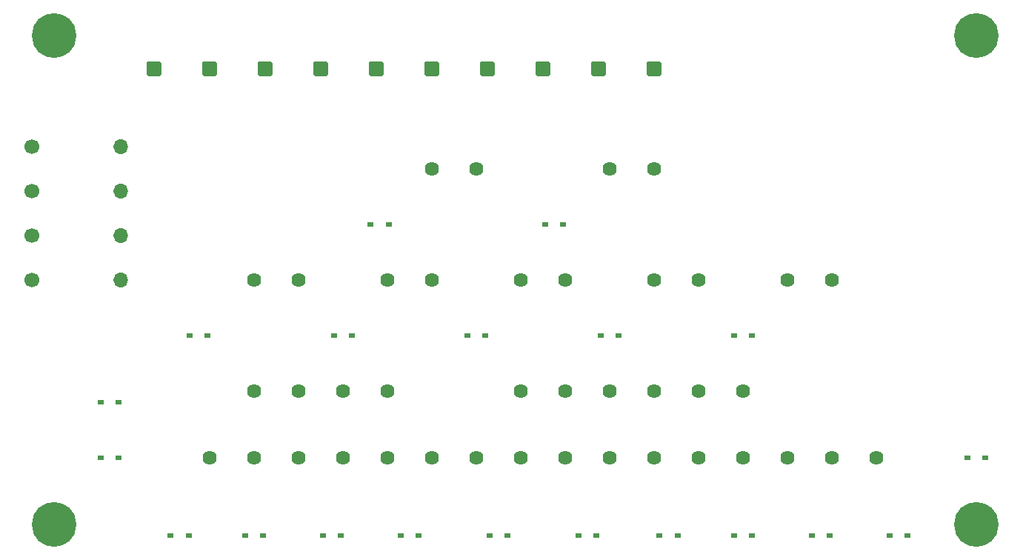
<source format=gts>
%TF.GenerationSoftware,KiCad,Pcbnew,(5.1.6)-1*%
%TF.CreationDate,2020-08-15T21:43:02-04:00*%
%TF.ProjectId,chords,63686f72-6473-42e6-9b69-6361645f7063,rev?*%
%TF.SameCoordinates,Original*%
%TF.FileFunction,Soldermask,Top*%
%TF.FilePolarity,Negative*%
%FSLAX46Y46*%
G04 Gerber Fmt 4.6, Leading zero omitted, Abs format (unit mm)*
G04 Created by KiCad (PCBNEW (5.1.6)-1) date 2020-08-15 21:43:02*
%MOMM*%
%LPD*%
G01*
G04 APERTURE LIST*
%ADD10R,0.700000X0.550000*%
%ADD11C,5.100000*%
%ADD12C,1.624000*%
%ADD13C,1.700000*%
%ADD14O,1.700000X1.700000*%
G04 APERTURE END LIST*
D10*
%TO.C,D20*%
X177580000Y-92710000D03*
X175480000Y-92710000D03*
%TD*%
%TO.C,D19*%
X168690000Y-101600000D03*
X166590000Y-101600000D03*
%TD*%
%TO.C,D18*%
X159800000Y-101600000D03*
X157700000Y-101600000D03*
%TD*%
%TO.C,D17*%
X150910000Y-101600000D03*
X148810000Y-101600000D03*
%TD*%
%TO.C,D16*%
X142415000Y-101600000D03*
X140315000Y-101600000D03*
%TD*%
%TO.C,D15*%
X133130000Y-101600000D03*
X131030000Y-101600000D03*
%TD*%
%TO.C,D14*%
X122970000Y-101600000D03*
X120870000Y-101600000D03*
%TD*%
%TO.C,D13*%
X112810000Y-101600000D03*
X110710000Y-101600000D03*
%TD*%
%TO.C,D12*%
X103920000Y-101600000D03*
X101820000Y-101600000D03*
%TD*%
%TO.C,D11*%
X95030000Y-101600000D03*
X92930000Y-101600000D03*
%TD*%
%TO.C,D10*%
X86535000Y-101600000D03*
X84435000Y-101600000D03*
%TD*%
%TO.C,D9*%
X78520000Y-92710000D03*
X76420000Y-92710000D03*
%TD*%
%TO.C,D8*%
X78520000Y-86360000D03*
X76420000Y-86360000D03*
%TD*%
%TO.C,D7*%
X150910000Y-78740000D03*
X148810000Y-78740000D03*
%TD*%
%TO.C,D6*%
X135670000Y-78740000D03*
X133570000Y-78740000D03*
%TD*%
%TO.C,D5*%
X120430000Y-78740000D03*
X118330000Y-78740000D03*
%TD*%
%TO.C,D4*%
X105190000Y-78740000D03*
X103090000Y-78740000D03*
%TD*%
%TO.C,D3*%
X88680000Y-78740000D03*
X86580000Y-78740000D03*
%TD*%
%TO.C,D2*%
X129320000Y-66040000D03*
X127220000Y-66040000D03*
%TD*%
%TO.C,D1*%
X109395000Y-66040000D03*
X107295000Y-66040000D03*
%TD*%
D11*
%TO.C,REF\u002A\u002A*%
X71120000Y-100330000D03*
%TD*%
%TO.C,REF\u002A\u002A*%
X71120000Y-44450000D03*
%TD*%
%TO.C,REF\u002A\u002A*%
X176530000Y-100330000D03*
%TD*%
%TO.C,REF\u002A\u002A*%
X176530000Y-44450000D03*
%TD*%
D12*
%TO.C,SW20*%
X165100000Y-92710000D03*
X160020000Y-92710000D03*
%TD*%
%TO.C,SW5*%
X129540000Y-72390000D03*
X124460000Y-72390000D03*
%TD*%
%TO.C,GND1*%
G36*
G01*
X81700000Y-48844375D02*
X81700000Y-47675625D01*
G75*
G02*
X81965625Y-47410000I265625J0D01*
G01*
X83134375Y-47410000D01*
G75*
G02*
X83400000Y-47675625I0J-265625D01*
G01*
X83400000Y-48844375D01*
G75*
G02*
X83134375Y-49110000I-265625J0D01*
G01*
X81965625Y-49110000D01*
G75*
G02*
X81700000Y-48844375I0J265625D01*
G01*
G37*
%TD*%
%TO.C,R1*%
G36*
G01*
X119800000Y-48844375D02*
X119800000Y-47675625D01*
G75*
G02*
X120065625Y-47410000I265625J0D01*
G01*
X121234375Y-47410000D01*
G75*
G02*
X121500000Y-47675625I0J-265625D01*
G01*
X121500000Y-48844375D01*
G75*
G02*
X121234375Y-49110000I-265625J0D01*
G01*
X120065625Y-49110000D01*
G75*
G02*
X119800000Y-48844375I0J265625D01*
G01*
G37*
%TD*%
%TO.C,R2*%
G36*
G01*
X126150000Y-48844375D02*
X126150000Y-47675625D01*
G75*
G02*
X126415625Y-47410000I265625J0D01*
G01*
X127584375Y-47410000D01*
G75*
G02*
X127850000Y-47675625I0J-265625D01*
G01*
X127850000Y-48844375D01*
G75*
G02*
X127584375Y-49110000I-265625J0D01*
G01*
X126415625Y-49110000D01*
G75*
G02*
X126150000Y-48844375I0J265625D01*
G01*
G37*
%TD*%
D13*
%TO.C,Rpd3*%
X68580000Y-67310000D03*
D14*
X78740000Y-67310000D03*
%TD*%
D13*
%TO.C,Rpd1*%
X68580000Y-57150000D03*
D14*
X78740000Y-57150000D03*
%TD*%
D13*
%TO.C,Rpd2*%
X68580000Y-62230000D03*
D14*
X78740000Y-62230000D03*
%TD*%
D13*
%TO.C,Rpd4*%
X68580000Y-72390000D03*
D14*
X78740000Y-72390000D03*
%TD*%
D12*
%TO.C,SW1*%
X119380000Y-59690000D03*
X114300000Y-59690000D03*
%TD*%
%TO.C,SW2*%
X139700000Y-59690000D03*
X134620000Y-59690000D03*
%TD*%
%TO.C,SW3*%
X99060000Y-72390000D03*
X93980000Y-72390000D03*
%TD*%
%TO.C,SW8*%
X93980000Y-92710000D03*
X88900000Y-92710000D03*
%TD*%
%TO.C,R3*%
G36*
G01*
X132500000Y-48844375D02*
X132500000Y-47675625D01*
G75*
G02*
X132765625Y-47410000I265625J0D01*
G01*
X133934375Y-47410000D01*
G75*
G02*
X134200000Y-47675625I0J-265625D01*
G01*
X134200000Y-48844375D01*
G75*
G02*
X133934375Y-49110000I-265625J0D01*
G01*
X132765625Y-49110000D01*
G75*
G02*
X132500000Y-48844375I0J265625D01*
G01*
G37*
%TD*%
%TO.C,SW9*%
X99060000Y-85090000D03*
X93980000Y-85090000D03*
%TD*%
%TO.C,SW16*%
X139700000Y-85090000D03*
X134620000Y-85090000D03*
%TD*%
%TO.C,SW17*%
X144780000Y-92710000D03*
X139700000Y-92710000D03*
%TD*%
%TO.C,SW4*%
X114300000Y-72390000D03*
X109220000Y-72390000D03*
%TD*%
%TO.C,SW12*%
X114300000Y-92710000D03*
X109220000Y-92710000D03*
%TD*%
%TO.C,SW15*%
X134620000Y-92710000D03*
X129540000Y-92710000D03*
%TD*%
%TO.C,SW18*%
X149860000Y-85090000D03*
X144780000Y-85090000D03*
%TD*%
%TO.C,SW6*%
X144780000Y-72390000D03*
X139700000Y-72390000D03*
%TD*%
%TO.C,SW11*%
X109220000Y-85090000D03*
X104140000Y-85090000D03*
%TD*%
%TO.C,SW7*%
X160020000Y-72390000D03*
X154940000Y-72390000D03*
%TD*%
%TO.C,SW14*%
X129540000Y-85090000D03*
X124460000Y-85090000D03*
%TD*%
%TO.C,SW19*%
X154940000Y-92710000D03*
X149860000Y-92710000D03*
%TD*%
%TO.C,SW13*%
X124460000Y-92710000D03*
X119380000Y-92710000D03*
%TD*%
%TO.C,SW10*%
X104140000Y-92710000D03*
X99060000Y-92710000D03*
%TD*%
%TO.C,R4*%
G36*
G01*
X138850000Y-48844375D02*
X138850000Y-47675625D01*
G75*
G02*
X139115625Y-47410000I265625J0D01*
G01*
X140284375Y-47410000D01*
G75*
G02*
X140550000Y-47675625I0J-265625D01*
G01*
X140550000Y-48844375D01*
G75*
G02*
X140284375Y-49110000I-265625J0D01*
G01*
X139115625Y-49110000D01*
G75*
G02*
X138850000Y-48844375I0J265625D01*
G01*
G37*
%TD*%
%TO.C,C5*%
G36*
G01*
X113450000Y-48844375D02*
X113450000Y-47675625D01*
G75*
G02*
X113715625Y-47410000I265625J0D01*
G01*
X114884375Y-47410000D01*
G75*
G02*
X115150000Y-47675625I0J-265625D01*
G01*
X115150000Y-48844375D01*
G75*
G02*
X114884375Y-49110000I-265625J0D01*
G01*
X113715625Y-49110000D01*
G75*
G02*
X113450000Y-48844375I0J265625D01*
G01*
G37*
%TD*%
%TO.C,C4*%
G36*
G01*
X107100000Y-48844375D02*
X107100000Y-47675625D01*
G75*
G02*
X107365625Y-47410000I265625J0D01*
G01*
X108534375Y-47410000D01*
G75*
G02*
X108800000Y-47675625I0J-265625D01*
G01*
X108800000Y-48844375D01*
G75*
G02*
X108534375Y-49110000I-265625J0D01*
G01*
X107365625Y-49110000D01*
G75*
G02*
X107100000Y-48844375I0J265625D01*
G01*
G37*
%TD*%
%TO.C,C3*%
G36*
G01*
X100750000Y-48844375D02*
X100750000Y-47675625D01*
G75*
G02*
X101015625Y-47410000I265625J0D01*
G01*
X102184375Y-47410000D01*
G75*
G02*
X102450000Y-47675625I0J-265625D01*
G01*
X102450000Y-48844375D01*
G75*
G02*
X102184375Y-49110000I-265625J0D01*
G01*
X101015625Y-49110000D01*
G75*
G02*
X100750000Y-48844375I0J265625D01*
G01*
G37*
%TD*%
%TO.C,C2*%
G36*
G01*
X94400000Y-48844375D02*
X94400000Y-47675625D01*
G75*
G02*
X94665625Y-47410000I265625J0D01*
G01*
X95834375Y-47410000D01*
G75*
G02*
X96100000Y-47675625I0J-265625D01*
G01*
X96100000Y-48844375D01*
G75*
G02*
X95834375Y-49110000I-265625J0D01*
G01*
X94665625Y-49110000D01*
G75*
G02*
X94400000Y-48844375I0J265625D01*
G01*
G37*
%TD*%
%TO.C,C1*%
G36*
G01*
X88050000Y-48844375D02*
X88050000Y-47675625D01*
G75*
G02*
X88315625Y-47410000I265625J0D01*
G01*
X89484375Y-47410000D01*
G75*
G02*
X89750000Y-47675625I0J-265625D01*
G01*
X89750000Y-48844375D01*
G75*
G02*
X89484375Y-49110000I-265625J0D01*
G01*
X88315625Y-49110000D01*
G75*
G02*
X88050000Y-48844375I0J265625D01*
G01*
G37*
%TD*%
M02*

</source>
